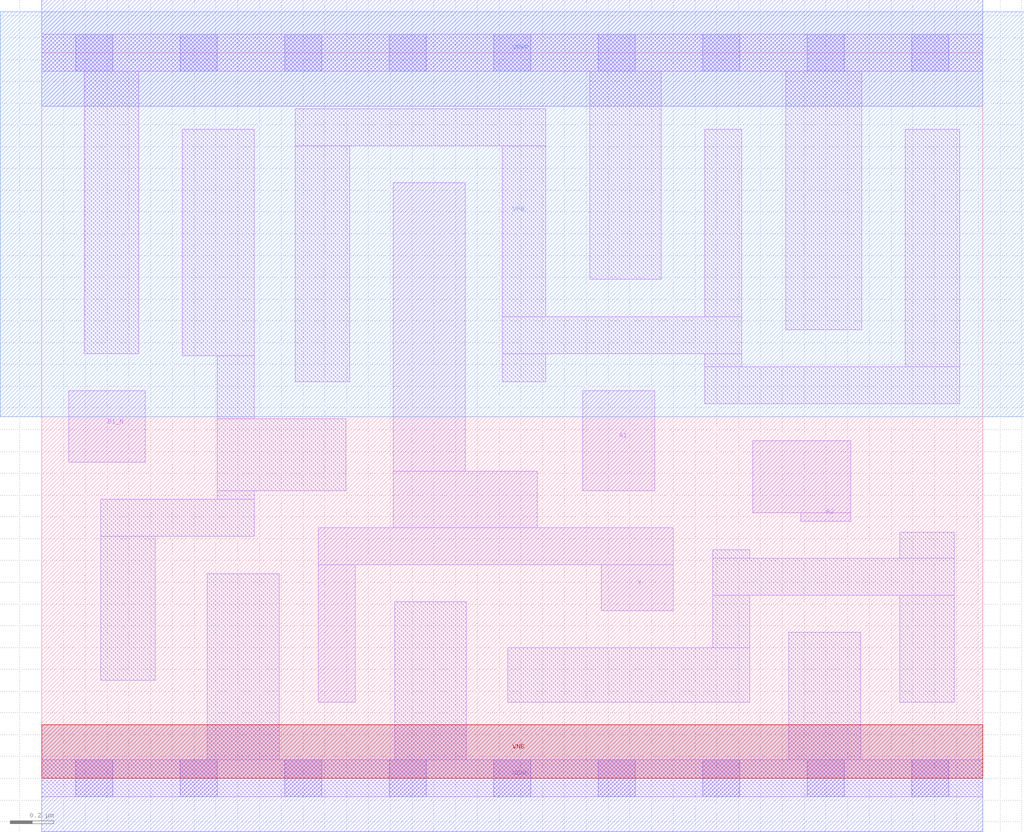
<source format=lef>
# Copyright 2020 The SkyWater PDK Authors
#
# Licensed under the Apache License, Version 2.0 (the "License");
# you may not use this file except in compliance with the License.
# You may obtain a copy of the License at
#
#     https://www.apache.org/licenses/LICENSE-2.0
#
# Unless required by applicable law or agreed to in writing, software
# distributed under the License is distributed on an "AS IS" BASIS,
# WITHOUT WARRANTIES OR CONDITIONS OF ANY KIND, either express or implied.
# See the License for the specific language governing permissions and
# limitations under the License.
#
# SPDX-License-Identifier: Apache-2.0

VERSION 5.7 ;
  NOWIREEXTENSIONATPIN ON ;
  DIVIDERCHAR "/" ;
  BUSBITCHARS "[]" ;
MACRO sky130_fd_sc_ms__a21boi_2
  CLASS CORE ;
  FOREIGN sky130_fd_sc_ms__a21boi_2 ;
  ORIGIN  0.000000  0.000000 ;
  SIZE  4.320000 BY  3.330000 ;
  SYMMETRY X Y ;
  SITE unit ;
  PIN A1
    ANTENNAGATEAREA  0.625200 ;
    DIRECTION INPUT ;
    USE SIGNAL ;
    PORT
      LAYER li1 ;
        RECT 2.485000 1.320000 2.815000 1.780000 ;
    END
  END A1
  PIN A2
    ANTENNAGATEAREA  0.625200 ;
    DIRECTION INPUT ;
    USE SIGNAL ;
    PORT
      LAYER li1 ;
        RECT 3.265000 1.220000 3.715000 1.550000 ;
        RECT 3.485000 1.180000 3.715000 1.220000 ;
    END
  END A2
  PIN B1_N
    ANTENNAGATEAREA  0.276000 ;
    DIRECTION INPUT ;
    USE SIGNAL ;
    PORT
      LAYER li1 ;
        RECT 0.125000 1.450000 0.475000 1.780000 ;
    END
  END B1_N
  PIN Y
    ANTENNADIFFAREA  0.716800 ;
    DIRECTION OUTPUT ;
    USE SIGNAL ;
    PORT
      LAYER li1 ;
        RECT 1.270000 0.350000 1.440000 0.980000 ;
        RECT 1.270000 0.980000 2.900000 1.150000 ;
        RECT 1.615000 1.150000 2.275000 1.410000 ;
        RECT 1.615000 1.410000 1.945000 2.735000 ;
        RECT 2.570000 0.770000 2.900000 0.980000 ;
    END
  END Y
  PIN VGND
    DIRECTION INOUT ;
    USE GROUND ;
    PORT
      LAYER met1 ;
        RECT 0.000000 -0.245000 4.320000 0.245000 ;
    END
  END VGND
  PIN VNB
    DIRECTION INOUT ;
    USE GROUND ;
    PORT
      LAYER pwell ;
        RECT 0.000000 0.000000 4.320000 0.245000 ;
    END
  END VNB
  PIN VPB
    DIRECTION INOUT ;
    USE POWER ;
    PORT
      LAYER nwell ;
        RECT -0.190000 1.660000 4.510000 3.520000 ;
    END
  END VPB
  PIN VPWR
    DIRECTION INOUT ;
    USE POWER ;
    PORT
      LAYER met1 ;
        RECT 0.000000 3.085000 4.320000 3.575000 ;
    END
  END VPWR
  OBS
    LAYER li1 ;
      RECT 0.000000 -0.085000 4.320000 0.085000 ;
      RECT 0.000000  3.245000 4.320000 3.415000 ;
      RECT 0.195000  1.950000 0.445000 3.245000 ;
      RECT 0.270000  0.450000 0.520000 1.110000 ;
      RECT 0.270000  1.110000 0.975000 1.280000 ;
      RECT 0.645000  1.940000 0.975000 2.980000 ;
      RECT 0.760000  0.085000 1.090000 0.940000 ;
      RECT 0.805000  1.280000 0.975000 1.320000 ;
      RECT 0.805000  1.320000 1.395000 1.650000 ;
      RECT 0.805000  1.650000 0.975000 1.940000 ;
      RECT 1.165000  1.820000 1.415000 2.905000 ;
      RECT 1.165000  2.905000 2.315000 3.075000 ;
      RECT 1.620000  0.085000 1.950000 0.810000 ;
      RECT 2.115000  1.820000 2.315000 1.950000 ;
      RECT 2.115000  1.950000 3.215000 2.120000 ;
      RECT 2.115000  2.120000 2.315000 2.905000 ;
      RECT 2.140000  0.350000 3.250000 0.600000 ;
      RECT 2.515000  2.290000 2.845000 3.245000 ;
      RECT 3.045000  1.720000 4.215000 1.890000 ;
      RECT 3.045000  1.890000 3.215000 1.950000 ;
      RECT 3.045000  2.120000 3.215000 2.980000 ;
      RECT 3.080000  0.600000 3.250000 0.840000 ;
      RECT 3.080000  0.840000 4.190000 1.010000 ;
      RECT 3.080000  1.010000 3.250000 1.050000 ;
      RECT 3.415000  2.060000 3.765000 3.245000 ;
      RECT 3.430000  0.085000 3.760000 0.670000 ;
      RECT 3.940000  0.350000 4.190000 0.840000 ;
      RECT 3.940000  1.010000 4.190000 1.130000 ;
      RECT 3.965000  1.890000 4.215000 2.980000 ;
    LAYER mcon ;
      RECT 0.155000 -0.085000 0.325000 0.085000 ;
      RECT 0.155000  3.245000 0.325000 3.415000 ;
      RECT 0.635000 -0.085000 0.805000 0.085000 ;
      RECT 0.635000  3.245000 0.805000 3.415000 ;
      RECT 1.115000 -0.085000 1.285000 0.085000 ;
      RECT 1.115000  3.245000 1.285000 3.415000 ;
      RECT 1.595000 -0.085000 1.765000 0.085000 ;
      RECT 1.595000  3.245000 1.765000 3.415000 ;
      RECT 2.075000 -0.085000 2.245000 0.085000 ;
      RECT 2.075000  3.245000 2.245000 3.415000 ;
      RECT 2.555000 -0.085000 2.725000 0.085000 ;
      RECT 2.555000  3.245000 2.725000 3.415000 ;
      RECT 3.035000 -0.085000 3.205000 0.085000 ;
      RECT 3.035000  3.245000 3.205000 3.415000 ;
      RECT 3.515000 -0.085000 3.685000 0.085000 ;
      RECT 3.515000  3.245000 3.685000 3.415000 ;
      RECT 3.995000 -0.085000 4.165000 0.085000 ;
      RECT 3.995000  3.245000 4.165000 3.415000 ;
  END
END sky130_fd_sc_ms__a21boi_2
END LIBRARY

</source>
